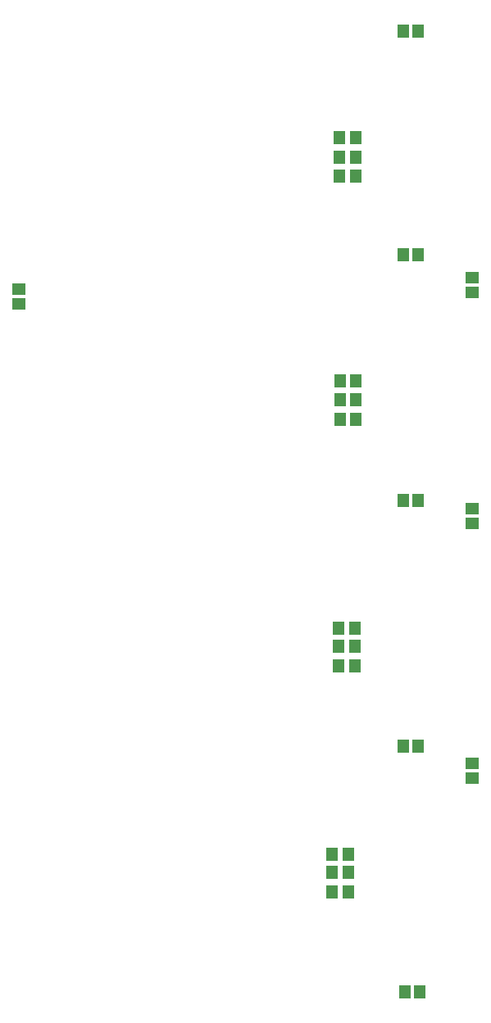
<source format=gbp>
G04 (created by PCBNEW-RS274X (2011-10-18 BZR 3179)-testing) date Mon 31 Oct 2011 11:48:22 PM CET*
G01*
G70*
G90*
%MOIN*%
G04 Gerber Fmt 3.4, Leading zero omitted, Abs format*
%FSLAX34Y34*%
G04 APERTURE LIST*
%ADD10C,0.006000*%
%ADD11R,0.057000X0.047200*%
%ADD12R,0.047200X0.057000*%
G04 APERTURE END LIST*
G54D10*
G54D11*
X36550Y-28900D03*
X36550Y-29500D03*
G54D12*
X52200Y-18400D03*
X52800Y-18400D03*
X52800Y-27500D03*
X52200Y-27500D03*
G54D11*
X55000Y-28450D03*
X55000Y-29050D03*
G54D12*
X52800Y-37500D03*
X52200Y-37500D03*
G54D11*
X55000Y-37850D03*
X55000Y-38450D03*
G54D12*
X52800Y-47500D03*
X52200Y-47500D03*
G54D11*
X55000Y-48200D03*
X55000Y-48800D03*
G54D12*
X52850Y-57500D03*
X52250Y-57500D03*
X50240Y-22750D03*
X49590Y-24300D03*
X49590Y-22750D03*
X50240Y-23550D03*
X49590Y-23550D03*
X50240Y-24300D03*
X49620Y-34210D03*
X50270Y-32660D03*
X50270Y-34210D03*
X49620Y-33410D03*
X50270Y-33410D03*
X49620Y-32660D03*
X49560Y-44250D03*
X50210Y-42700D03*
X50210Y-44250D03*
X49560Y-43450D03*
X50210Y-43450D03*
X49560Y-42700D03*
X49300Y-53450D03*
X49950Y-51900D03*
X49950Y-53450D03*
X49300Y-52650D03*
X49950Y-52650D03*
X49300Y-51900D03*
M02*

</source>
